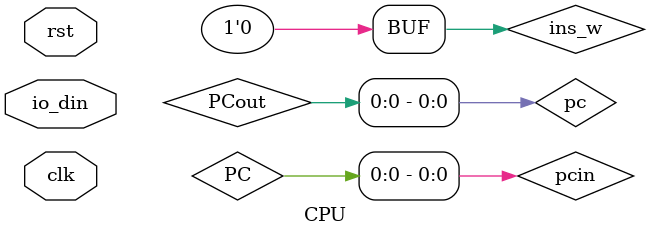
<source format=v>
`timescale 1ns / 1ps


module  CPU (
  input clk, 
  input rst,
            
  input [31:0] io_din

);

//PC
wire [31:0] PC, ia, PCout, inst;
wire halt;


//ConUn
wire jal;
wire branch;
wire is_bge;
//wire brlt;
wire [31:0] imm_gen;
wire [1:0] regS;
wire [3:0] ALUop;
wire MemWr;
wire ALUsrc;
wire RegW;
//wire PCx1;

//insmem
wire [31:0] insinst_data;   //这个没用
wire ins_w;
assign ins_w = 0;


//Regfile
wire [31:0] rd1, rd2, rd3, wd;    //wd没用

//immgen
wire[31:0] imm_num;

//alu mux
wire[31:0] data_2;

//alu
wire zero;
wire less;
wire [31:0] res;

//data mem
wire dm_we;

wire [31:0] m_rd1, m_rd2;   // m_rd2 没用
wire[31:0] dm_out;

//RF mux
wire [31:0] rf_wd;

//PC mux
wire br;
wire [31:0] pcimm, PC4;

//ID
wire [31:0] ID_PC,ID_PC4;
wire [31:0] ID_ins;

//EX
wire EX_jal;
wire EX_branch;
wire EX_BGE;
wire [1:0] EX_regS;
wire [3:0] EX_ALUop;
wire EX_MemWr;
wire EX_ALUsrc;
wire EX_RegW;
wire [31:0] EX_PC;
wire [31:0] EX_rd1, EX_rd2;
wire [31:0] EX_imm;
wire [4:0] EX_rs1, EX_rs2, EX_dr;
wire [31:0] EX_PC4;

assign br = (zero && EX_branch) | EX_jal | (!less && EX_BGE);

//ME
wire ME_RegW;
wire [1:0] ME_regS;
wire ME_MemWr;
wire [31:0] ME_PC4;
wire [31:0] ME_res;
wire [4:0] ME_dr;
wire [31:0] ME_rfd;

//WB
wire WB_RegW;
wire [1:0] WB_regS;
wire [31:0] WB_PC4;
wire [31:0] WB_dm_rd1;
wire [31:0] WB_res;
wire [4:0] WB_dr;
wire [31:0] WB_rfd;   //没用

//hazard unit
wire EX_memrd;
assign EX_memrd = (EX_regS == 1)? 1:0;

//forward unit
wire [1:0] rs1_f, rs2_f;

//sr mux
wire [31:0] alu_d1, alu_d2;
wire flush;

assign dm_we = (~ME_res[10]) & ME_MemWr;


PC pc1(clk, rst, br, halt, PC, PCout);
InsMem insm(clk, ins_w, ins_data, PCout[11:2], flush, inst);   //PCout[9:2]改为PCout[11:2]
ControlUnit con(ID_ins[6:0], ID_ins[31:25], ID_ins[14:12], halt, flush, jal, branch, is_bge, regS, ALUop, MemWr, ALUsrc, RegW);
RegFile rf(clk, rst, ID_ins[19:15], ID_ins[24:20], WB_RegW, WB_dr, rf_wd, rd1, rd2);
Imm_gen img(ID_ins, imm_num);
ALU_mux am(data_2, EX_imm, EX_ALUsrc, alu_d2);
sr1_mux s1m(rs1_f, EX_rd1, ME_res, rf_wd, alu_d1);
sr2_mux s2m(rs2_f, EX_rd2, ME_res, rf_wd, data_2); 


ALU alu(EX_ALUop, alu_d1, alu_d2, zero, less, res);
DataMem dm(clk, rst, dm_we, ME_res[9:2], ME_rfd, m_rd1);    //ME_res[9:2]改为ME_res[9:0]
//DataMem_mux dm_mux(WB_res[10], WB_dm_rd1, io_din, dm_out);
RF_mux rf_m(WB_regS, WB_PC4, WB_dm_rd1, WB_res, rf_wd);
PC_mux pcm(EX_PC, EX_imm, PCout, br, pcimm, PC4, PC);
IF_ID ifid(clk, rst, PCout, PC4, inst, halt, flush, ID_PC, ID_PC4, ID_ins);
ID_EX idex(clk, rst, halt, jal, branch, is_bge, regS, ALUop, MemWr, ALUsrc, RegW, 
           rd1, rd2, ID_PC, ID_PC4, imm_num, ID_ins[19:15], ID_ins[24:20], ID_ins[11:7],
           EX_jal, EX_branch, EX_BGE, EX_regS, EX_ALUop, EX_MemWr, EX_ALUsrc, EX_RegW,
           EX_PC, EX_rd1, EX_rd2, EX_imm, EX_rs1, EX_rs2, EX_dr, EX_PC4);
EX_ME exme(clk, EX_RegW, EX_regS, EX_MemWr, EX_PC4, res, EX_dr, data_2, 
           ME_RegW, ME_regS, ME_MemWr, ME_PC4, ME_res, ME_dr, ME_rfd);
ME_WB mewb(clk, ME_RegW, ME_regS, ME_PC4, m_rd1, ME_res, ME_dr, ME_rfd,
           WB_RegW, WB_regS, WB_PC4, WB_dm_rd1, WB_res, WB_dr, WB_rfd);
Hazard_Unit hu(br, EX_memrd, ID_ins[19:15], ID_ins[24:20], EX_dr, halt, flush);
Forward_Unit fu(ME_regS, ME_dr, WB_dr, ME_RegW, WB_RegW, EX_rs1, EX_rs2, rs1_f, rs2_f);


//下面是各种输出和外设，可忽略

assign io_addr = ME_res[7:0];
assign io_dout = ME_rfd;
assign io_we = ME_res[10] & ME_MemWr;

assign rf_data = rd3;   //无用
// assign m_data = m_rd2;

//pc if id
assign pc = PCout;
assign pcd = ID_PC;
assign ir = ID_ins;
assign pcin = PC;

//id ex
assign pce = EX_PC;
assign a = EX_rd1;
assign b = EX_rd2;
assign imm = EX_imm;
assign rd = EX_dr;
assign ctrl = {halt, halt, halt, 1'b0, 4'b0, 5'b0, RegW, regS, 2'b0, regS[0], MemWr, 2'b0, jal, branch, 2'b0, 4'b0, ALUop[3:0]};

//ex mem
assign y = ME_res;
assign bm = ME_rfd;
assign rdm = ME_dr;
assign ctrlm = {4'b0, 2'b0, rs1_f, 2'b0, rs2_f, 
                1'b0, ME_RegW, ME_regS, 2'b0, ME_regS[0], ME_MemWr, 2'b0, EX_jal, EX_branch,4'b0, ALUop[3:0]};

//me WB
assign yw = WB_res;
assign mdr = WB_dm_rd1;
assign rdw = WB_dr;
assign ctrlw = {4'b0, 4'b0, 4'b0,
                1'b0, WB_RegW, WB_regS, 2'b0, WB_regS[0], 3'b0, jal, branch,4'b0, ALUop[3:0]};

endmodule
</source>
